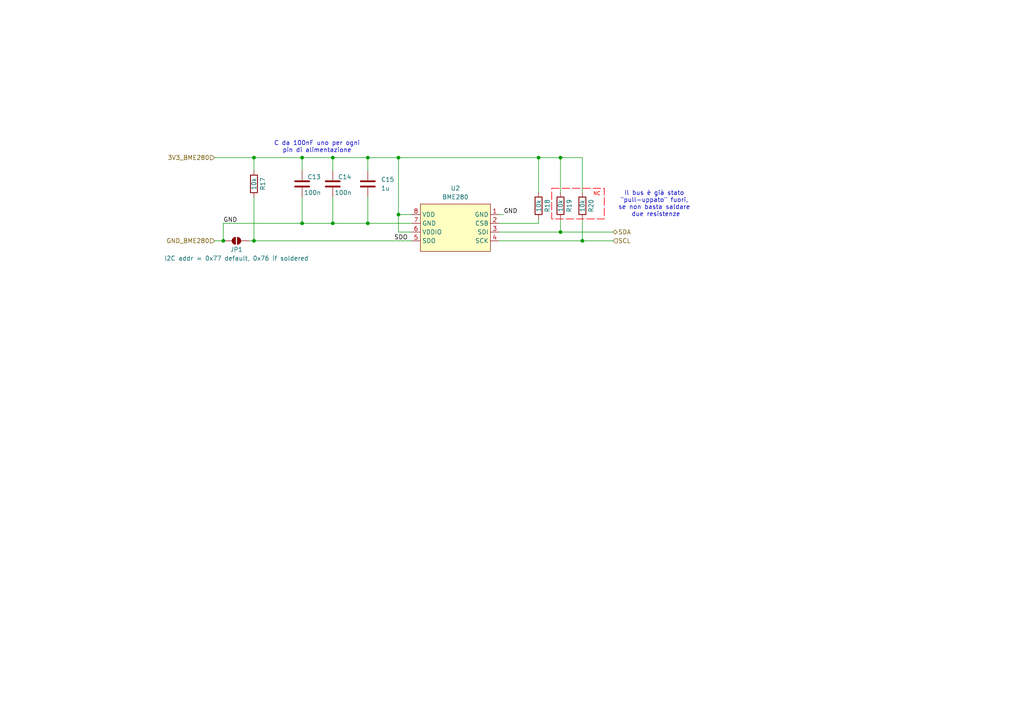
<source format=kicad_sch>
(kicad_sch (version 20250114) (generator "eeschema") (generator_version "9.0")
  (paper "A4")
  (lib_symbols
    (symbol "Device:C" (pin_numbers (hide yes)) (pin_names (offset 0.254))
      (property "Reference" "C" (at 0.635 2.54 0))
      (property "Value" "C" (at 0.635 -2.54 0))
      (symbol "C_0_1"
        (polyline (pts (xy -2.032 0.762) (xy 2.032 0.762)) (stroke (width 0.508)))
        (polyline (pts (xy -2.032 -0.762) (xy 2.032 -0.762)) (stroke (width 0.508)))
      )
      (symbol "C_1_1"
        (pin passive line (at 0 3.81 270) (length 2.794) (name "~") (number "1"))
        (pin passive line (at 0 -3.81 90) (length 2.794) (name "~") (number "2"))
      )
    )
    (symbol "Device:R" (pin_numbers (hide yes)) (pin_names (offset 0))
      (property "Reference" "R" (at 2.032 0 90))
      (property "Value" "R" (at 0 0 90))
      (symbol "R_0_1"
        (rectangle (start -1.016 -2.54) (end 1.016 2.54) (stroke (width 0.254)))
      )
      (symbol "R_1_1"
        (pin passive line (at 0 3.81 270) (length 1.27) (name "~") (number "1"))
        (pin passive line (at 0 -3.81 90) (length 1.27) (name "~") (number "2"))
      )
    )
    (symbol "Jumper:SolderJumper_2_Open" (pin_numbers (hide yes)) (pin_names (offset 0) (hide yes)) (exclude_from_sim yes) (in_bom no)
      (property "Reference" "JP" (at 0 2.032 0))
      (property "Value" "SolderJumper_2_Open" (at 0 -2.54 0))
      (symbol "SolderJumper_2_Open_0_1"
        (polyline (pts (xy -0.254 1.016) (xy -0.254 -1.016)))
        (arc (start -0.254 -1.016) (mid -1.2656 0) (end -0.254 1.016))
        (arc (start -0.254 -1.016) (mid -1.2656 0) (end -0.254 1.016) (fill (type outline)))
        (arc (start 0.254 1.016) (mid 1.2656 0) (end 0.254 -1.016))
        (arc (start 0.254 1.016) (mid 1.2656 0) (end 0.254 -1.016) (fill (type outline)))
        (polyline (pts (xy 0.254 1.016) (xy 0.254 -1.016)))
      )
      (symbol "SolderJumper_2_Open_1_1"
        (pin passive line (at -3.81 0 0) (length 2.54) (name "A") (number "1"))
        (pin passive line (at 3.81 0 180) (length 2.54) (name "B") (number "2"))
      )
    )
    (symbol "Kicad_JLCPCB_Library:BME280"
      (property "Reference" "U" (at 0 8.89 0))
      (property "Value" "BME280" (at 0 -8.89 0))
      (symbol "BME280_0_1"
        (rectangle (start -10.16 6.86) (end 10.16 -6.86) (fill (type background)))
        (pin unspecified line (at -12.7 3.81 0) (length 2.54) (name "VDD") (number "8"))
        (pin unspecified line (at -12.7 1.27 0) (length 2.54) (name "GND") (number "7"))
        (pin unspecified line (at -12.7 -1.27 0) (length 2.54) (name "VDDIO") (number "6"))
        (pin unspecified line (at -12.7 -3.81 0) (length 2.54) (name "SDO") (number "5"))
        (pin unspecified line (at 12.7 3.81 180) (length 2.54) (name "GND") (number "1"))
        (pin unspecified line (at 12.7 1.27 180) (length 2.54) (name "CSB") (number "2"))
        (pin unspecified line (at 12.7 -1.27 180) (length 2.54) (name "SDI") (number "3"))
        (pin unspecified line (at 12.7 -3.81 180) (length 2.54) (name "SCK") (number "4"))
      )
    )
  )
  (rectangle (start 160.02 54.61) (end 175.26 63.5) (stroke (width 0.2) (type dash) (color 255 0 17 1)))
  (text "NC" (at 174.244 56.896 0) (effects (font (size 1 1)) (justify right bottom)))
  (text "C da 100nF uno per ogni\npin di alimentazione" (at 91.948 42.672 0) (effects (font (size 1.27 1.27))))
  (text "Il bus è già stato \n\"pull-uppato\" fuori, \nse non basta saldare \ndue resistenze" (at 190.246 59.182 0) (effects (font (size 1.27 1.27))))
  (junction (at 115.57 45.72))
  (junction (at 106.68 45.72))
  (junction (at 64.77 69.85))
  (junction (at 106.68 64.77))
  (junction (at 73.66 69.85))
  (junction (at 87.63 64.77))
  (junction (at 96.52 64.77))
  (junction (at 168.91 69.85))
  (junction (at 87.63 45.72))
  (junction (at 156.21 45.72))
  (junction (at 162.56 45.72))
  (junction (at 96.52 45.72))
  (junction (at 162.56 67.31))
  (junction (at 115.57 62.23))
  (junction (at 73.66 45.72))
  (wire (pts (xy 96.52 57.15) (xy 96.52 64.77)))
  (wire (pts (xy 96.52 45.72) (xy 96.52 49.53)))
  (wire (pts (xy 73.66 45.72) (xy 62.23 45.72)))
  (wire (pts (xy 87.63 45.72) (xy 73.66 45.72)))
  (wire (pts (xy 96.52 45.72) (xy 87.63 45.72)))
  (wire (pts (xy 156.21 64.77) (xy 156.21 63.5)))
  (wire (pts (xy 168.91 45.72) (xy 162.56 45.72)))
  (wire (pts (xy 64.77 64.77) (xy 87.63 64.77)))
  (wire (pts (xy 119.38 67.31) (xy 115.57 67.31)))
  (wire (pts (xy 64.77 69.85) (xy 64.77 64.77)))
  (wire (pts (xy 73.66 69.85) (xy 119.38 69.85)))
  (wire (pts (xy 96.52 64.77) (xy 106.68 64.77)))
  (wire (pts (xy 144.78 62.23) (xy 146.05 62.23)))
  (wire (pts (xy 156.21 55.88) (xy 156.21 45.72)))
  (wire (pts (xy 62.23 69.85) (xy 64.77 69.85)))
  (wire (pts (xy 162.56 45.72) (xy 156.21 45.72)))
  (wire (pts (xy 156.21 45.72) (xy 115.57 45.72)))
  (wire (pts (xy 72.39 69.85) (xy 73.66 69.85)))
  (wire (pts (xy 73.66 45.72) (xy 73.66 49.53)))
  (wire (pts (xy 177.8 67.31) (xy 162.56 67.31)))
  (wire (pts (xy 168.91 69.85) (xy 168.91 63.5)))
  (wire (pts (xy 144.78 64.77) (xy 156.21 64.77)))
  (wire (pts (xy 106.68 45.72) (xy 106.68 49.53)))
  (wire (pts (xy 177.8 69.85) (xy 168.91 69.85)))
  (wire (pts (xy 106.68 45.72) (xy 96.52 45.72)))
  (wire (pts (xy 119.38 64.77) (xy 106.68 64.77)))
  (wire (pts (xy 115.57 62.23) (xy 115.57 45.72)))
  (wire (pts (xy 162.56 55.88) (xy 162.56 45.72)))
  (wire (pts (xy 87.63 45.72) (xy 87.63 49.53)))
  (wire (pts (xy 106.68 64.77) (xy 106.68 57.15)))
  (wire (pts (xy 87.63 57.15) (xy 87.63 64.77)))
  (wire (pts (xy 115.57 67.31) (xy 115.57 62.23)))
  (wire (pts (xy 162.56 67.31) (xy 144.78 67.31)))
  (wire (pts (xy 115.57 45.72) (xy 106.68 45.72)))
  (wire (pts (xy 73.66 57.15) (xy 73.66 69.85)))
  (wire (pts (xy 162.56 67.31) (xy 162.56 63.5)))
  (wire (pts (xy 87.63 64.77) (xy 96.52 64.77)))
  (wire (pts (xy 119.38 62.23) (xy 115.57 62.23)))
  (wire (pts (xy 168.91 69.85) (xy 144.78 69.85)))
  (wire (pts (xy 168.91 55.88) (xy 168.91 45.72)))
  (label "GND" (at 64.77 64.77 0))
  (label "SDO" (at 114.3 69.85 0))
  (label "GND" (at 146.05 62.23 0))
  (hierarchical_label "SCL" (shape input) (at 177.8 69.85 0))
  (hierarchical_label "GND_BME280" (shape input) (at 62.23 69.85 180))
  (hierarchical_label "SDA" (shape bidirectional) (at 177.8 67.31 0))
  (hierarchical_label "3V3_BME280" (shape input) (at 62.23 45.72 180))
  (symbol (lib_id "Jumper:SolderJumper_2_Open") (at 68.58 69.85 180) (unit 1) (in_bom no)
    (property "Reference" "JP1" (at 68.58 72.39 0))
    (property "Value" "I2C addr = 0x77 default, 0x76 if soldered" (at 68.58 74.93 0))
    (property "Footprint" "Jumper:SolderJumper-2_P1.3mm_Open_RoundedPad1.0x1.5mm" (effects (hide yes)))
    (property "Description" "Solder Jumper, 2-pole, open" (effects (hide yes)))
    (instances (project "Spruzzatore" (path "" (reference "JP1") (unit 1))) (project "Blue_depth_REV_1" (path "" (reference "JP?") (unit 1))))
  )
  (symbol (lib_id "Device:R") (at 168.91 59.69 0) (mirror x) (unit 1) (exclude_from_sim yes) (in_bom no)
    (property "Reference" "R20" (at 171.45 59.69 90))
    (property "Value" "10k" (at 168.91 59.69 90))
    (property "Footprint" "easyeda2kicad:R0603" (effects (hide yes)))
    (property "LCSC Part" "C25804" (effects (hide yes)))
    (instances (project "Spruzzatore" (path "" (reference "R20") (unit 1))) (project "Blue_depth_REV_1" (path "" (reference "R?") (unit 1))))
  )
  (symbol (lib_id "Device:R") (at 162.56 59.69 0) (mirror x) (unit 1) (exclude_from_sim yes) (in_bom no)
    (property "Reference" "R19" (at 165.1 59.69 90))
    (property "Value" "10k" (at 162.56 59.69 90))
    (property "Footprint" "easyeda2kicad:R0603" (effects (hide yes)))
    (property "LCSC Part" "C25804" (effects (hide yes)))
    (instances (project "Spruzzatore" (path "" (reference "R19") (unit 1))) (project "Blue_depth_REV_1" (path "" (reference "R?") (unit 1))))
  )
  (symbol (lib_id "Kicad_JLCPCB_Library:BME280") (at 132.08 66.04 0) (unit 1)
    (property "Reference" "U2" (at 132.08 54.61 0))
    (property "Value" "BME280" (at 132.08 57.15 0))
    (property "Footprint" "easyeda2kicad:LGA-8_BME280_BL" (effects (hide yes)))
    (property "Datasheet" "https://lcsc.com/product-detail/Sensors_Bosch_BME280_BME280_C92489.html" (effects (hide yes)))
    (property "LCSC Part" "C92489" (effects (hide yes)))
    (instances (project "Spruzzatore" (path "" (reference "U2") (unit 1))) (project "Blue_depth_REV_1" (path "" (reference "U?") (unit 1))))
  )
  (symbol (lib_id "Device:C") (at 96.52 53.34 0) (unit 1)
    (property "Reference" "C14" (at 98.044 51.308 0) (effects (justify left)))
    (property "Value" "100n" (at 97.028 55.88 0) (effects (justify left)))
    (property "Footprint" "easyeda2kicad:C0603" (effects (hide yes)))
    (property "LCSC Part" "C14663" (effects (hide yes)))
    (instances (project "Spruzzatore" (path "" (reference "C14") (unit 1))) (project "Blue_depth_REV_1" (path "" (reference "C?") (unit 1))))
  )
  (symbol (lib_id "Device:C") (at 106.68 53.34 0) (unit 1)
    (property "Reference" "C15" (at 110.49 52.07 0) (effects (justify left)))
    (property "Value" "1u" (at 110.49 54.61 0) (effects (justify left)))
    (property "Footprint" "easyeda2kicad:C0603" (effects (hide yes)))
    (property "LCSC Part" "C15849" (effects (hide yes)))
    (instances (project "Spruzzatore" (path "" (reference "C15") (unit 1))) (project "Blue_depth_REV_1" (path "" (reference "C?") (unit 1))))
  )
  (symbol (lib_id "Device:R") (at 73.66 53.34 0) (mirror x) (unit 1)
    (property "Reference" "R17" (at 76.2 53.34 90))
    (property "Value" "10k" (at 73.66 53.34 90))
    (property "Footprint" "easyeda2kicad:R0603" (effects (hide yes)))
    (property "LCSC Part" "C25804" (effects (hide yes)))
    (instances (project "Spruzzatore" (path "" (reference "R17") (unit 1))) (project "Blue_depth_REV_1" (path "" (reference "R?") (unit 1))))
  )
  (symbol (lib_id "Device:R") (at 156.21 59.69 0) (mirror x) (unit 1)
    (property "Reference" "R18" (at 158.75 59.69 90))
    (property "Value" "10k" (at 156.21 59.69 90))
    (property "Footprint" "easyeda2kicad:R0603" (effects (hide yes)))
    (property "LCSC Part" "C25804" (effects (hide yes)))
    (instances (project "Spruzzatore" (path "" (reference "R18") (unit 1))) (project "Blue_depth_REV_1" (path "" (reference "R?") (unit 1))))
  )
  (symbol (lib_id "Device:C") (at 87.63 53.34 0) (unit 1)
    (property "Reference" "C13" (at 89.154 51.308 0) (effects (justify left)))
    (property "Value" "100n" (at 88.138 55.88 0) (effects (justify left)))
    (property "Footprint" "easyeda2kicad:C0603" (effects (hide yes)))
    (property "LCSC Part" "C14663" (effects (hide yes)))
    (instances (project "Spruzzatore" (path "" (reference "C13") (unit 1))) (project "Blue_depth_REV_1" (path "" (reference "C?") (unit 1))))
  )
)
</source>
